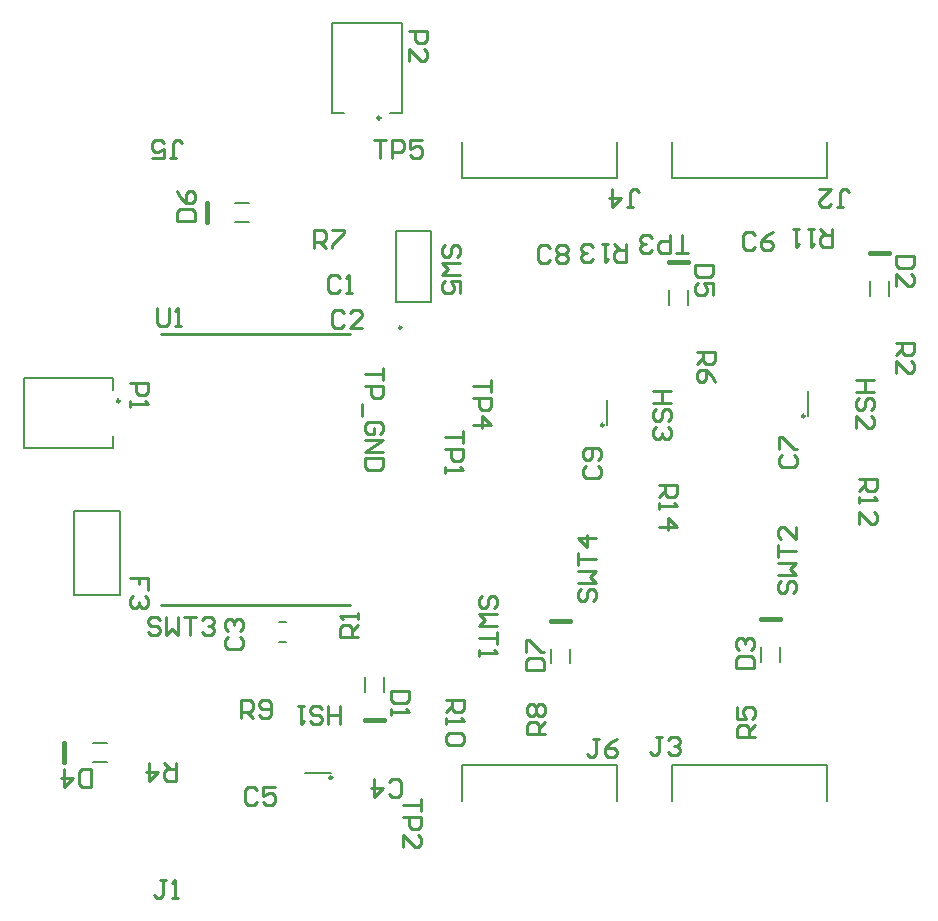
<source format=gto>
G04*
G04 #@! TF.GenerationSoftware,Altium Limited,Altium Designer,20.0.10 (225)*
G04*
G04 Layer_Color=65535*
%FSLAX25Y25*%
%MOIN*%
G70*
G01*
G75*
%ADD10C,0.01000*%
%ADD11C,0.00984*%
%ADD12C,0.00500*%
%ADD13C,0.00787*%
%ADD14C,0.01575*%
D10*
X659000Y368000D02*
G03*
X659000Y368000I-500J0D01*
G01*
X592000Y365000D02*
G03*
X592000Y365000I-500J0D01*
G01*
X501500Y247500D02*
G03*
X501500Y247500I-500J0D01*
G01*
X444500Y305000D02*
X507500D01*
X444500Y395500D02*
X507500D01*
X584501Y310502D02*
X583501Y309503D01*
Y307503D01*
X584501Y306504D01*
X585500D01*
X586500Y307503D01*
Y309503D01*
X587500Y310502D01*
X588499D01*
X589499Y309503D01*
Y307503D01*
X588499Y306504D01*
X583501Y312502D02*
X589499D01*
X587500Y314501D01*
X589499Y316500D01*
X583501D01*
Y318500D02*
Y322498D01*
Y320499D01*
X589499D01*
Y327497D02*
X583501D01*
X586500Y324498D01*
Y328497D01*
X651064Y313002D02*
X650064Y312003D01*
Y310003D01*
X651064Y309004D01*
X652063D01*
X653063Y310003D01*
Y312003D01*
X654063Y313002D01*
X655062D01*
X656062Y312003D01*
Y310003D01*
X655062Y309004D01*
X650064Y315002D02*
X656062D01*
X654063Y317001D01*
X656062Y319000D01*
X650064D01*
Y321000D02*
Y324998D01*
Y322999D01*
X656062D01*
Y330996D02*
Y326998D01*
X652063Y330996D01*
X651064D01*
X650064Y329997D01*
Y327997D01*
X651064Y326998D01*
X555499Y303998D02*
X556499Y304998D01*
Y306997D01*
X555499Y307997D01*
X554500D01*
X553500Y306997D01*
Y304998D01*
X552500Y303998D01*
X551501D01*
X550501Y304998D01*
Y306997D01*
X551501Y307997D01*
X556499Y301999D02*
X550501D01*
X552500Y299999D01*
X550501Y298000D01*
X556499D01*
Y296001D02*
Y292002D01*
Y294001D01*
X550501D01*
Y290003D02*
Y288003D01*
Y289003D01*
X556499D01*
X555499Y290003D01*
X444002Y299999D02*
X443003Y300999D01*
X441003D01*
X440004Y299999D01*
Y299000D01*
X441003Y298000D01*
X443003D01*
X444002Y297000D01*
Y296001D01*
X443003Y295001D01*
X441003D01*
X440004Y296001D01*
X446002Y300999D02*
Y295001D01*
X448001Y297000D01*
X450000Y295001D01*
Y300999D01*
X452000D02*
X455998D01*
X453999D01*
Y295001D01*
X457998Y299999D02*
X458997Y300999D01*
X460997D01*
X461997Y299999D01*
Y299000D01*
X460997Y298000D01*
X459997D01*
X460997D01*
X461997Y297000D01*
Y296001D01*
X460997Y295001D01*
X458997D01*
X457998Y296001D01*
X518499Y383995D02*
Y379996D01*
Y381995D01*
X512501D01*
Y377996D02*
X518499D01*
Y374997D01*
X517499Y373998D01*
X515500D01*
X514500Y374997D01*
Y377996D01*
X511501Y371998D02*
Y368000D01*
X517499Y362002D02*
X518499Y363001D01*
Y365001D01*
X517499Y366000D01*
X513500D01*
X512501Y365001D01*
Y363001D01*
X513500Y362002D01*
X515500D01*
Y364001D01*
X512501Y360002D02*
X518499D01*
X512501Y356003D01*
X518499D01*
Y354004D02*
X512501D01*
Y351005D01*
X513500Y350006D01*
X517499D01*
X518499Y351005D01*
Y354004D01*
X515503Y459999D02*
X519501D01*
X517502D01*
Y454001D01*
X521501D02*
Y459999D01*
X524500D01*
X525499Y458999D01*
Y457000D01*
X524500Y456000D01*
X521501D01*
X531497Y459999D02*
X527499D01*
Y457000D01*
X529498Y458000D01*
X530498D01*
X531497Y457000D01*
Y455001D01*
X530498Y454001D01*
X528498D01*
X527499Y455001D01*
X554499Y379997D02*
Y375999D01*
Y377998D01*
X548501D01*
Y373999D02*
X554499D01*
Y371000D01*
X553499Y370001D01*
X551500D01*
X550500Y371000D01*
Y373999D01*
X548501Y365002D02*
X554499D01*
X551500Y368001D01*
Y364003D01*
X544999Y362998D02*
Y358999D01*
Y360998D01*
X539001D01*
Y357000D02*
X544999D01*
Y354001D01*
X543999Y353001D01*
X542000D01*
X541000Y354001D01*
Y357000D01*
X539001Y351002D02*
Y349002D01*
Y350002D01*
X544999D01*
X543999Y351002D01*
X619997Y422501D02*
X615999D01*
X617998D01*
Y428499D01*
X613999D02*
Y422501D01*
X611000D01*
X610001Y423501D01*
Y425500D01*
X611000Y426500D01*
X613999D01*
X608001Y423501D02*
X607002Y422501D01*
X605002D01*
X604003Y423501D01*
Y424500D01*
X605002Y425500D01*
X606002D01*
X605002D01*
X604003Y426500D01*
Y427499D01*
X605002Y428499D01*
X607002D01*
X608001Y427499D01*
X530999Y240497D02*
Y236499D01*
Y238498D01*
X525001D01*
Y234499D02*
X530999D01*
Y231500D01*
X529999Y230501D01*
X528000D01*
X527000Y231500D01*
Y234499D01*
X525001Y224503D02*
Y228501D01*
X529000Y224503D01*
X529999D01*
X530999Y225502D01*
Y227502D01*
X529999Y228501D01*
X610501Y344998D02*
X616499D01*
Y341999D01*
X615499Y340999D01*
X613500D01*
X612500Y341999D01*
Y344998D01*
Y342998D02*
X610501Y340999D01*
Y339000D02*
Y337000D01*
Y338000D01*
X616499D01*
X615499Y339000D01*
X610501Y331002D02*
X616499D01*
X613500Y334001D01*
Y330002D01*
X599498Y425499D02*
Y419501D01*
X596498D01*
X595499Y420501D01*
Y422500D01*
X596498Y423500D01*
X599498D01*
X597498D02*
X595499Y425499D01*
X593500D02*
X591500D01*
X592500D01*
Y419501D01*
X593500Y420501D01*
X588501D02*
X587501Y419501D01*
X585502D01*
X584502Y420501D01*
Y421500D01*
X585502Y422500D01*
X586502D01*
X585502D01*
X584502Y423500D01*
Y424499D01*
X585502Y425499D01*
X587501D01*
X588501Y424499D01*
X614499Y376497D02*
X608501D01*
X611500D01*
Y372499D01*
X614499D01*
X608501D01*
X613499Y366501D02*
X614499Y367500D01*
Y369500D01*
X613499Y370499D01*
X612500D01*
X611500Y369500D01*
Y367500D01*
X610500Y366501D01*
X609501D01*
X608501Y367500D01*
Y369500D01*
X609501Y370499D01*
X613499Y364501D02*
X614499Y363502D01*
Y361502D01*
X613499Y360503D01*
X612500D01*
X611500Y361502D01*
Y362502D01*
Y361502D01*
X610500Y360503D01*
X609501D01*
X608501Y361502D01*
Y363502D01*
X609501Y364501D01*
X586001Y351500D02*
X585001Y350501D01*
Y348501D01*
X586001Y347502D01*
X589999D01*
X590999Y348501D01*
Y350501D01*
X589999Y351500D01*
Y353500D02*
X590999Y354499D01*
Y356499D01*
X589999Y357498D01*
X586001D01*
X585001Y356499D01*
Y354499D01*
X586001Y353500D01*
X587000D01*
X588000Y354499D01*
Y357498D01*
X574000Y423999D02*
X573001Y424999D01*
X571001D01*
X570002Y423999D01*
Y420001D01*
X571001Y419001D01*
X573001D01*
X574000Y420001D01*
X576000Y423999D02*
X576999Y424999D01*
X578999D01*
X579998Y423999D01*
Y423000D01*
X578999Y422000D01*
X579998Y421000D01*
Y420001D01*
X578999Y419001D01*
X576999D01*
X576000Y420001D01*
Y421000D01*
X576999Y422000D01*
X576000Y423000D01*
Y423999D01*
X576999Y422000D02*
X578999D01*
X677001Y346998D02*
X682999D01*
Y343999D01*
X681999Y342999D01*
X680000D01*
X679000Y343999D01*
Y346998D01*
Y344998D02*
X677001Y342999D01*
Y341000D02*
Y339000D01*
Y340000D01*
X682999D01*
X681999Y341000D01*
X677001Y332002D02*
Y336001D01*
X681000Y332002D01*
X681999D01*
X682999Y333002D01*
Y335001D01*
X681999Y336001D01*
X667998Y430499D02*
Y424501D01*
X664999D01*
X663999Y425501D01*
Y427500D01*
X664999Y428500D01*
X667998D01*
X665999D02*
X663999Y430499D01*
X662000D02*
X660001D01*
X661000D01*
Y424501D01*
X662000Y425501D01*
X657001Y430499D02*
X655002D01*
X656002D01*
Y424501D01*
X657001Y425501D01*
X539501Y273498D02*
X545499D01*
Y270498D01*
X544499Y269499D01*
X542500D01*
X541500Y270498D01*
Y273498D01*
Y271498D02*
X539501Y269499D01*
Y267499D02*
Y265500D01*
Y266500D01*
X545499D01*
X544499Y267499D01*
Y262501D02*
X545499Y261501D01*
Y259502D01*
X544499Y258502D01*
X540501D01*
X539501Y259502D01*
Y261501D01*
X540501Y262501D01*
X544499D01*
X471002Y267501D02*
Y273499D01*
X474001D01*
X475000Y272499D01*
Y270500D01*
X474001Y269500D01*
X471002D01*
X473001D02*
X475000Y267501D01*
X477000Y268501D02*
X477999Y267501D01*
X479999D01*
X480998Y268501D01*
Y272499D01*
X479999Y273499D01*
X477999D01*
X477000Y272499D01*
Y271500D01*
X477999Y270500D01*
X480998D01*
X681999Y379997D02*
X676001D01*
X679000D01*
Y375999D01*
X681999D01*
X676001D01*
X680999Y370001D02*
X681999Y371000D01*
Y373000D01*
X680999Y373999D01*
X680000D01*
X679000Y373000D01*
Y371000D01*
X678000Y370001D01*
X677001D01*
X676001Y371000D01*
Y373000D01*
X677001Y373999D01*
X676001Y364003D02*
Y368001D01*
X680000Y364003D01*
X680999D01*
X681999Y365002D01*
Y367002D01*
X680999Y368001D01*
X503998Y265501D02*
Y271499D01*
Y268500D01*
X499999D01*
Y265501D01*
Y271499D01*
X494001Y266501D02*
X495001Y265501D01*
X497000D01*
X498000Y266501D01*
Y267500D01*
X497000Y268500D01*
X495001D01*
X494001Y269500D01*
Y270499D01*
X495001Y271499D01*
X497000D01*
X498000Y270499D01*
X492002Y271499D02*
X490002D01*
X491002D01*
Y265501D01*
X492002Y266501D01*
X651501Y355000D02*
X650501Y354001D01*
Y352001D01*
X651501Y351002D01*
X655499D01*
X656499Y352001D01*
Y354001D01*
X655499Y355000D01*
X650501Y357000D02*
Y360998D01*
X651501D01*
X655499Y357000D01*
X656499D01*
X642500Y428499D02*
X641501Y429499D01*
X639501D01*
X638502Y428499D01*
Y424501D01*
X639501Y423501D01*
X641501D01*
X642500Y424501D01*
X648498Y429499D02*
X646499Y428499D01*
X644500Y426500D01*
Y424501D01*
X645499Y423501D01*
X647499D01*
X648498Y424501D01*
Y425500D01*
X647499Y426500D01*
X644500D01*
X476500Y243499D02*
X475501Y244499D01*
X473501D01*
X472502Y243499D01*
Y239501D01*
X473501Y238501D01*
X475501D01*
X476500Y239501D01*
X482498Y244499D02*
X478500D01*
Y241500D01*
X480499Y242500D01*
X481499D01*
X482498Y241500D01*
Y239501D01*
X481499Y238501D01*
X479499D01*
X478500Y239501D01*
X520500Y242158D02*
X521499Y241158D01*
X523499D01*
X524498Y242158D01*
Y246157D01*
X523499Y247157D01*
X521499D01*
X520500Y246157D01*
X515501Y247157D02*
Y241158D01*
X518500Y244158D01*
X514502D01*
X509999Y294501D02*
X504001D01*
Y297500D01*
X505001Y298500D01*
X507000D01*
X508000Y297500D01*
Y294501D01*
Y296501D02*
X509999Y298500D01*
Y300499D02*
Y302499D01*
Y301499D01*
X504001D01*
X505001Y300499D01*
X542999Y420999D02*
X543999Y421998D01*
Y423998D01*
X542999Y424997D01*
X542000D01*
X541000Y423998D01*
Y421998D01*
X540000Y420999D01*
X539001D01*
X538001Y421998D01*
Y423998D01*
X539001Y424997D01*
X543999Y418999D02*
X538001D01*
X540000Y417000D01*
X538001Y415001D01*
X543999D01*
Y409003D02*
Y413001D01*
X541000D01*
X542000Y411002D01*
Y410002D01*
X541000Y409003D01*
X539001D01*
X538001Y410002D01*
Y412002D01*
X539001Y413001D01*
X446000Y213499D02*
X444001D01*
X445000D01*
Y208501D01*
X444001Y207501D01*
X443001D01*
X442001Y208501D01*
X447999Y207501D02*
X449999D01*
X448999D01*
Y213499D01*
X447999Y212499D01*
X572499Y262002D02*
X566501D01*
Y265001D01*
X567501Y266000D01*
X569500D01*
X570500Y265001D01*
Y262002D01*
Y264001D02*
X572499Y266000D01*
X567501Y268000D02*
X566501Y268999D01*
Y270999D01*
X567501Y271998D01*
X568500D01*
X569500Y270999D01*
X570500Y271998D01*
X571499D01*
X572499Y270999D01*
Y268999D01*
X571499Y268000D01*
X570500D01*
X569500Y268999D01*
X568500Y268000D01*
X567501D01*
X569500Y268999D02*
Y270999D01*
X495502Y424001D02*
Y429999D01*
X498501D01*
X499500Y428999D01*
Y427000D01*
X498501Y426000D01*
X495502D01*
X497501D02*
X499500Y424001D01*
X501500Y429999D02*
X505498D01*
Y428999D01*
X501500Y425001D01*
Y424001D01*
X623001Y389498D02*
X628999D01*
Y386499D01*
X627999Y385500D01*
X626000D01*
X625000Y386499D01*
Y389498D01*
Y387499D02*
X623001Y385500D01*
X628999Y379502D02*
X627999Y381501D01*
X626000Y383500D01*
X624001D01*
X623001Y382501D01*
Y380501D01*
X624001Y379502D01*
X625000D01*
X626000Y380501D01*
Y383500D01*
X449498Y252499D02*
Y246501D01*
X446499D01*
X445500Y247501D01*
Y249500D01*
X446499Y250500D01*
X449498D01*
X447499D02*
X445500Y252499D01*
X440501D02*
Y246501D01*
X443500Y249500D01*
X439502D01*
X689501Y392498D02*
X695499D01*
Y389499D01*
X694499Y388500D01*
X692500D01*
X691500Y389499D01*
Y392498D01*
Y390499D02*
X689501Y388500D01*
Y382502D02*
Y386500D01*
X693500Y382502D01*
X694499D01*
X695499Y383501D01*
Y385501D01*
X694499Y386500D01*
X642499Y261002D02*
X636501D01*
Y264001D01*
X637501Y265000D01*
X639500D01*
X640500Y264001D01*
Y261002D01*
Y263001D02*
X642499Y265000D01*
X636501Y270998D02*
Y267000D01*
X639500D01*
X638500Y268999D01*
Y269999D01*
X639500Y270998D01*
X641499D01*
X642499Y269999D01*
Y267999D01*
X641499Y267000D01*
X527001Y496498D02*
X532999D01*
Y493499D01*
X531999Y492500D01*
X530000D01*
X529000Y493499D01*
Y496498D01*
X527001Y486502D02*
Y490500D01*
X531000Y486502D01*
X531999D01*
X532999Y487501D01*
Y489501D01*
X531999Y490500D01*
X434150Y379150D02*
X440148D01*
Y376151D01*
X439148Y375152D01*
X437149D01*
X436149Y376151D01*
Y379150D01*
X434150Y373152D02*
Y371153D01*
Y372153D01*
X440148D01*
X439148Y373152D01*
X447500Y454001D02*
X449499D01*
X448499D01*
Y458999D01*
X449499Y459999D01*
X450499D01*
X451498Y458999D01*
X441502Y454001D02*
X445500D01*
Y457000D01*
X443501Y456000D01*
X442501D01*
X441502Y457000D01*
Y458999D01*
X442501Y459999D01*
X444501D01*
X445500Y458999D01*
X590500Y260499D02*
X588501D01*
X589501D01*
Y255501D01*
X588501Y254501D01*
X587501D01*
X586502Y255501D01*
X596498Y260499D02*
X594499Y259499D01*
X592500Y257500D01*
Y255501D01*
X593499Y254501D01*
X595499D01*
X596498Y255501D01*
Y256500D01*
X595499Y257500D01*
X592500D01*
X599551Y437852D02*
X601551D01*
X600551D01*
Y442850D01*
X601551Y443850D01*
X602550D01*
X603550Y442850D01*
X594553Y443850D02*
Y437852D01*
X597552Y440851D01*
X593553D01*
X611449Y261148D02*
X609449D01*
X610449D01*
Y256150D01*
X609449Y255150D01*
X608450D01*
X607450Y256150D01*
X613448Y260148D02*
X614448Y261148D01*
X616447D01*
X617447Y260148D01*
Y259149D01*
X616447Y258149D01*
X615447D01*
X616447D01*
X617447Y257149D01*
Y256150D01*
X616447Y255150D01*
X614448D01*
X613448Y256150D01*
X669551Y437852D02*
X671551D01*
X670551D01*
Y442850D01*
X671551Y443850D01*
X672550D01*
X673550Y442850D01*
X663553Y443850D02*
X667552D01*
X663553Y439851D01*
Y438852D01*
X664553Y437852D01*
X666552D01*
X667552Y438852D01*
X439999Y310000D02*
Y313998D01*
X437000D01*
Y311999D01*
Y313998D01*
X434001D01*
X438999Y308000D02*
X439999Y307001D01*
Y305001D01*
X438999Y304002D01*
X438000D01*
X437000Y305001D01*
Y306001D01*
Y305001D01*
X436000Y304002D01*
X435001D01*
X434001Y305001D01*
Y307001D01*
X435001Y308000D01*
X449842Y433050D02*
X455840D01*
Y436049D01*
X454840Y437049D01*
X450841D01*
X449842Y436049D01*
Y433050D01*
Y443047D02*
X450841Y441047D01*
X452841Y439048D01*
X454840D01*
X455840Y440048D01*
Y442047D01*
X454840Y443047D01*
X453840D01*
X452841Y442047D01*
Y439048D01*
X566001Y283502D02*
X571999D01*
Y286501D01*
X570999Y287500D01*
X567001D01*
X566001Y286501D01*
Y283502D01*
Y289500D02*
Y293498D01*
X567001D01*
X570999Y289500D01*
X571999D01*
X628499Y418498D02*
X622501D01*
Y415499D01*
X623501Y414500D01*
X627499D01*
X628499Y415499D01*
Y418498D01*
Y408502D02*
Y412500D01*
X625500D01*
X626500Y410501D01*
Y409501D01*
X625500Y408502D01*
X623501D01*
X622501Y409501D01*
Y411501D01*
X623501Y412500D01*
X636001Y284002D02*
X641999D01*
Y287001D01*
X640999Y288000D01*
X637001D01*
X636001Y287001D01*
Y284002D01*
X637001Y290000D02*
X636001Y290999D01*
Y292999D01*
X637001Y293998D01*
X638000D01*
X639000Y292999D01*
Y291999D01*
Y292999D01*
X640000Y293998D01*
X640999D01*
X641999Y292999D01*
Y290999D01*
X640999Y290000D01*
X695499Y421498D02*
X689501D01*
Y418499D01*
X690501Y417500D01*
X694499D01*
X695499Y418499D01*
Y421498D01*
X689501Y411502D02*
Y415500D01*
X693500Y411502D01*
X694499D01*
X695499Y412501D01*
Y414501D01*
X694499Y415500D01*
X526999Y276499D02*
X521001D01*
Y273500D01*
X522001Y272500D01*
X525999D01*
X526999Y273500D01*
Y276499D01*
X521001Y270501D02*
Y268501D01*
Y269501D01*
X526999D01*
X525999Y270501D01*
X420998Y244501D02*
Y250499D01*
X417999D01*
X417000Y249499D01*
Y245501D01*
X417999Y244501D01*
X420998D01*
X412001Y250499D02*
Y244501D01*
X415000Y247500D01*
X411002D01*
X504000Y413999D02*
X503000Y414999D01*
X501001D01*
X500001Y413999D01*
Y410001D01*
X501001Y409001D01*
X503000D01*
X504000Y410001D01*
X505999Y409001D02*
X507999D01*
X506999D01*
Y414999D01*
X505999Y413999D01*
X505500Y402499D02*
X504501Y403499D01*
X502501D01*
X501502Y402499D01*
Y398501D01*
X502501Y397501D01*
X504501D01*
X505500Y398501D01*
X511498Y397501D02*
X507500D01*
X511498Y401500D01*
Y402499D01*
X510499Y403499D01*
X508499D01*
X507500Y402499D01*
X466694Y294500D02*
X465694Y293501D01*
Y291501D01*
X466694Y290502D01*
X470692D01*
X471692Y291501D01*
Y293501D01*
X470692Y294500D01*
X466694Y296500D02*
X465694Y297499D01*
Y299499D01*
X466694Y300498D01*
X467693D01*
X468693Y299499D01*
Y298499D01*
Y299499D01*
X469693Y300498D01*
X470692D01*
X471692Y299499D01*
Y297499D01*
X470692Y296500D01*
X443051Y404048D02*
Y399050D01*
X444050Y398050D01*
X446050D01*
X447049Y399050D01*
Y404048D01*
X449049Y398050D02*
X451048D01*
X450048D01*
Y404048D01*
X449049Y403048D01*
D11*
X524500Y397500D02*
G03*
X524500Y397500I-394J0D01*
G01*
X517492Y467354D02*
G03*
X517492Y467354I-492J0D01*
G01*
X430638Y373000D02*
G03*
X430638Y373000I-492J0D01*
G01*
D12*
X660000Y368000D02*
Y376500D01*
X593000Y365000D02*
Y373500D01*
X492500Y249000D02*
X501000D01*
X534366Y406189D02*
Y429811D01*
X522634Y406189D02*
X534366D01*
X522634D02*
Y429811D01*
X534366D01*
D13*
X524614Y469039D02*
Y498960D01*
X520677Y469039D02*
X524614D01*
X501386Y498960D02*
X524614D01*
X501385Y469038D02*
Y498959D01*
X501386Y469039D02*
X505323D01*
X398539Y380614D02*
X428461D01*
Y376677D02*
Y380614D01*
X398539Y357386D02*
Y380614D01*
X398540Y357385D02*
X428462D01*
X428461Y357386D02*
Y361323D01*
X596287Y239579D02*
Y251724D01*
X544713Y239579D02*
Y251724D01*
X596287D01*
X544713Y447276D02*
Y459421D01*
X596287Y447276D02*
Y459421D01*
X544713Y447276D02*
X596287D01*
X666287Y239579D02*
Y251724D01*
X614713Y239579D02*
Y251724D01*
X666287D01*
X614713Y447276D02*
Y459421D01*
X666287Y447276D02*
Y459421D01*
X614713Y447276D02*
X666287D01*
X430756Y308504D02*
Y336496D01*
X415244D02*
X430756D01*
X415244Y308504D02*
X430756D01*
X415244D02*
Y336496D01*
X580650Y285626D02*
Y290374D01*
X574350Y285626D02*
Y290374D01*
X469016Y439150D02*
X473764D01*
X469016Y432850D02*
X473764D01*
X620150Y405126D02*
Y409874D01*
X613850Y405126D02*
Y409874D01*
X421626Y259150D02*
X426374D01*
X421626Y252850D02*
X426374D01*
X650650Y286126D02*
Y290874D01*
X644350Y286126D02*
Y290874D01*
X687150Y408126D02*
Y412874D01*
X680850Y408126D02*
Y412874D01*
X512350Y276126D02*
Y280874D01*
X518650Y276126D02*
Y280874D01*
X483819Y299346D02*
X486181D01*
X483819Y292653D02*
X486181D01*
D14*
X574350Y299811D02*
X580650D01*
X459579Y432850D02*
Y439150D01*
X613850Y419311D02*
X620150D01*
X412189Y252850D02*
Y259150D01*
X644350Y300311D02*
X650650D01*
X680850Y422311D02*
X687150D01*
X512350Y266689D02*
X518650D01*
M02*

</source>
